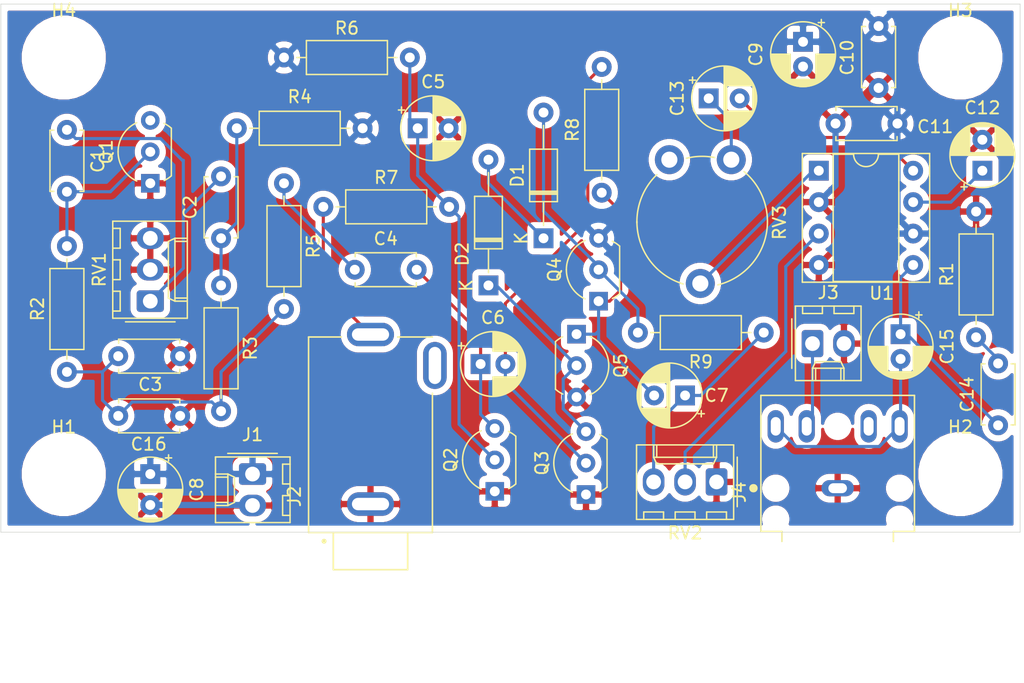
<source format=kicad_pcb>
(kicad_pcb (version 20171130) (host pcbnew "(5.1.10)-1")
  (layers (0 F.Cu signal) (31 B.Cu signal) (34 B.Paste user) (35 F.Paste user) (36 B.SilkS user) (37 F.SilkS user) (38 B.Mask user) (39 F.Mask user) (44 Edge.Cuts user))
  (net 0 "")
  (net 1 "Net-(C1-Pad2)")
  (net 2 "Net-(C1-Pad1)")
  (net 3 "Net-(C2-Pad1)")
  (net 4 GND)
  (net 5 "Net-(C4-Pad2)")
  (net 6 "Net-(C4-Pad1)")
  (net 7 "Net-(C5-Pad1)")
  (net 8 "Net-(C6-Pad2)")
  (net 9 "Net-(C7-Pad2)")
  (net 10 "Net-(C7-Pad1)")
  (net 11 VCC)
  (net 12 "Net-(C12-Pad1)")
  (net 13 "Net-(C13-Pad2)")
  (net 14 "Net-(C13-Pad1)")
  (net 15 "Net-(C14-Pad2)")
  (net 16 "Net-(C14-Pad1)")
  (net 17 "Net-(C15-Pad2)")
  (net 18 "Net-(D1-Pad2)")
  (net 19 "Net-(D1-Pad1)")
  (net 20 "Net-(D2-Pad1)")
  (net 21 "Net-(J2-Pad3)")
  (net 22 "Net-(J2-Pad2)")
  (net 23 "Net-(J3-Pad1)")
  (net 24 "Net-(J4-Pad10)")
  (net 25 "Net-(RV2-Pad2)")
  (net 26 "Net-(RV3-Pad1)")
  (net 27 "Net-(RV3-Pad2)")
  (net 28 "Net-(C16-Pad2)")
  (module Capacitor_THT:C_Disc_D4.7mm_W2.5mm_P5.00mm (layer F.Cu) (at 34.798 115.316 180)
    (fp_text reference C16 (at 2.54 -2.286) (layer F.SilkS))
    (fp_text value .01u)
    (pad 2 thru_hole circle (at 5 0 180) (size 1.6 1.6) (drill 0.8) (layers *.Cu *.Mask) (net 28 "Net-(C16-Pad2)"))
    (pad 1 thru_hole circle (at 0 0 180) (size 1.6 1.6) (drill 0.8) (layers *.Cu *.Mask) (net 4 GND))
  )
  (module MountingHole:MountingHole_3.2mm_M3_DIN965 (layer F.Cu) (at 25.4 86.36)
    (fp_text reference H4 (at 0 -3.8) (layer F.SilkS))
    (fp_text value MountingHole)
    (pad "" np_thru_hole circle (at 0 0) (size 3.2 3.2) (drill 3.2) (layers *.Cu *.Mask) (clearance 1.8))
  )
  (module MountingHole:MountingHole_3.2mm_M3_DIN965 (layer F.Cu) (at 97.79 86.36)
    (fp_text reference H3 (at 0 -3.8) (layer F.SilkS))
    (fp_text value MountingHole)
    (pad "" np_thru_hole circle (at 0 0) (size 3.2 3.2) (drill 3.2) (layers *.Cu *.Mask) (clearance 1.8))
  )
  (module MountingHole:MountingHole_3.2mm_M3_DIN965 (layer F.Cu) (at 97.79 120.015)
    (fp_text reference H2 (at 0 -3.8) (layer F.SilkS))
    (fp_text value MountingHole)
    (pad "" np_thru_hole circle (at 0 0) (size 3.2 3.2) (drill 3.2) (layers *.Cu *.Mask) (clearance 1.8))
  )
  (module MountingHole:MountingHole_3.2mm_M3_DIN965 (layer F.Cu) (at 25.4 120.015)
    (fp_text reference H1 (at 0 -3.8) (layer F.SilkS))
    (fp_text value MountingHole)
    (pad "" np_thru_hole circle (at 0 0) (size 3.2 3.2) (drill 3.2) (layers *.Cu *.Mask) (clearance 1.8))
  )
  (module Capacitor_THT:CP_Radial_D5.0mm_P2.50mm (layer F.Cu) (at 77.47 89.662)
    (fp_text reference C13 (at -2.54 0 -90) (layer F.SilkS))
    (fp_text value 10u)
    (pad 2 thru_hole circle (at 2.5 0) (size 1.6 1.6) (drill 0.8) (layers *.Cu *.Mask) (net 13 "Net-(C13-Pad2)"))
    (pad 1 thru_hole rect (at 0 0) (size 1.6 1.6) (drill 0.8) (layers *.Cu *.Mask) (net 14 "Net-(C13-Pad1)"))
  )
  (module Resistor_THT:R_Axial_DIN0207_L6.3mm_D2.5mm_P10.16mm_Horizontal (layer F.Cu) (at 99.06 108.966 90)
    (fp_text reference R1 (at 5.08 -2.37 90) (layer F.SilkS))
    (fp_text value 10)
    (pad 2 thru_hole oval (at 10.16 0 90) (size 1.6 1.6) (drill 0.8) (layers *.Cu *.Mask) (net 4 GND))
    (pad 1 thru_hole circle (at 0 0 90) (size 1.6 1.6) (drill 0.8) (layers *.Cu *.Mask) (net 15 "Net-(C14-Pad2)"))
  )
  (module Package_TO_SOT_THT:TO-92L_Inline_Wide (layer F.Cu) (at 32.385 96.52 90)
    (fp_text reference Q1 (at 2.54 -3.56 90) (layer F.SilkS))
    (fp_text value 2N4401)
    (pad 1 thru_hole rect (at 0 0 90) (size 1.5 1.5) (drill 0.8) (layers *.Cu *.Mask) (net 4 GND))
    (pad 3 thru_hole circle (at 5.08 0 90) (size 1.5 1.5) (drill 0.8) (layers *.Cu *.Mask) (net 3 "Net-(C2-Pad1)"))
    (pad 2 thru_hole circle (at 2.54 0 90) (size 1.5 1.5) (drill 0.8) (layers *.Cu *.Mask) (net 1 "Net-(C1-Pad2)"))
  )
  (module MyLibrary:CUI_SJ1-3525N (layer F.Cu) (at 87.884 121.158 90)
    (fp_text reference J4 (at -0.32516 -7.93865 90) (layer F.SilkS) (effects (font (size 1.000457 1.000457))))
    (fp_text value Phone)
    (pad 1 thru_hole oval (at 0 0 90) (size 1.308 2.616) (drill oval 0.8 1.5) (layers *.Cu *.Mask) (net 4 GND))
    (pad 2 thru_hole oval (at 5 5 90) (size 2.616 1.308) (drill oval 1.5 0.8) (layers *.Cu *.Mask) (net 17 "Net-(C15-Pad2)"))
    (pad 10 thru_hole oval (at 5 2.5 90) (size 2.616 1.308) (drill oval 1.5 0.8) (layers *.Cu *.Mask) (net 24 "Net-(J4-Pad10)"))
    (pad 11 thru_hole oval (at 5 -2.5 90) (size 2.616 1.308) (drill oval 1.5 0.8) (layers *.Cu *.Mask) (net 23 "Net-(J3-Pad1)"))
    (pad 3 thru_hole oval (at 5 -5 90) (size 2.616 1.308) (drill oval 1.5 0.8) (layers *.Cu *.Mask) (net 17 "Net-(C15-Pad2)"))
    (pad None np_thru_hole circle (at -2.5 -5 90) (size 1.2 1.2) (drill 1.2) (layers *.Cu *.Mask))
    (pad None np_thru_hole circle (at 0 -5 90) (size 1.2 1.2) (drill 1.2) (layers *.Cu *.Mask))
    (pad None np_thru_hole circle (at 5 0 90) (size 1.2 1.2) (drill 1.2) (layers *.Cu *.Mask))
    (pad None np_thru_hole circle (at -2.5 5 90) (size 1.2 1.2) (drill 1.2) (layers *.Cu *.Mask))
    (pad None np_thru_hole circle (at 0 5 90) (size 1.2 1.2) (drill 1.2) (layers *.Cu *.Mask))
  )
  (module Potentiometer_THT:Potentiometer_Piher_PT-10-V10_Vertical (layer F.Cu) (at 74.295 94.615 270)
    (fp_text reference RV3 (at 5.08 -8.89 90) (layer F.SilkS))
    (fp_text value 10K)
    (pad 1 thru_hole circle (at 0 0 270) (size 2.34 2.34) (drill 1.3) (layers *.Cu *.Mask) (net 26 "Net-(RV3-Pad1)"))
    (pad 2 thru_hole circle (at 10 -2.5 270) (size 2.34 2.34) (drill 1.3) (layers *.Cu *.Mask) (net 27 "Net-(RV3-Pad2)"))
    (pad 3 thru_hole circle (at 0 -5 270) (size 2.34 2.34) (drill 1.3) (layers *.Cu *.Mask) (net 14 "Net-(C13-Pad1)"))
  )
  (module Package_DIP:DIP-8_W7.62mm_Socket (layer F.Cu) (at 86.36 95.504)
    (fp_text reference U1 (at 5.08 9.906) (layer F.SilkS))
    (fp_text value LM386)
    (pad 8 thru_hole oval (at 7.62 0) (size 1.6 1.6) (drill 0.8) (layers *.Cu *.Mask) (net 13 "Net-(C13-Pad2)"))
    (pad 4 thru_hole oval (at 0 7.62) (size 1.6 1.6) (drill 0.8) (layers *.Cu *.Mask) (net 4 GND))
    (pad 7 thru_hole oval (at 7.62 2.54) (size 1.6 1.6) (drill 0.8) (layers *.Cu *.Mask) (net 12 "Net-(C12-Pad1)"))
    (pad 3 thru_hole oval (at 0 5.08) (size 1.6 1.6) (drill 0.8) (layers *.Cu *.Mask) (net 25 "Net-(RV2-Pad2)"))
    (pad 6 thru_hole oval (at 7.62 5.08) (size 1.6 1.6) (drill 0.8) (layers *.Cu *.Mask) (net 11 VCC))
    (pad 2 thru_hole oval (at 0 2.54) (size 1.6 1.6) (drill 0.8) (layers *.Cu *.Mask) (net 4 GND))
    (pad 5 thru_hole oval (at 7.62 7.62) (size 1.6 1.6) (drill 0.8) (layers *.Cu *.Mask) (net 16 "Net-(C14-Pad1)"))
    (pad 1 thru_hole rect (at 0 0) (size 1.6 1.6) (drill 0.8) (layers *.Cu *.Mask) (net 27 "Net-(RV3-Pad2)"))
  )
  (module Connector_Molex:Molex_KK-254_AE-6410-03A_1x03_P2.54mm_Vertical (layer F.Cu) (at 78.105 120.65 180)
    (fp_text reference RV2 (at 2.54 -4.12) (layer F.SilkS))
    (fp_text value 10K)
    (pad 3 thru_hole oval (at 5.08 0 180) (size 1.74 2.19) (drill 1.19) (layers *.Cu *.Mask) (net 10 "Net-(C7-Pad1)"))
    (pad 2 thru_hole oval (at 2.54 0 180) (size 1.74 2.19) (drill 1.19) (layers *.Cu *.Mask) (net 25 "Net-(RV2-Pad2)"))
    (pad 1 thru_hole roundrect (at 0 0 180) (size 1.74 2.19) (drill 1.19) (layers *.Cu *.Mask) (roundrect_rratio 0.143678) (net 4 GND))
  )
  (module Connector_Molex:Molex_KK-254_AE-6410-03A_1x03_P2.54mm_Vertical (layer F.Cu) (at 32.385 106.045 90)
    (fp_text reference RV1 (at 2.54 -4.12 90) (layer F.SilkS))
    (fp_text value 10K)
    (pad 3 thru_hole oval (at 5.08 0 90) (size 1.74 2.19) (drill 1.19) (layers *.Cu *.Mask) (net 4 GND))
    (pad 2 thru_hole oval (at 2.54 0 90) (size 1.74 2.19) (drill 1.19) (layers *.Cu *.Mask) (net 4 GND))
    (pad 1 thru_hole roundrect (at 0 0 90) (size 1.74 2.19) (drill 1.19) (layers *.Cu *.Mask) (roundrect_rratio 0.143678) (net 2 "Net-(C1-Pad1)"))
  )
  (module Resistor_THT:R_Axial_DIN0207_L6.3mm_D2.5mm_P10.16mm_Horizontal (layer F.Cu) (at 81.915 108.585 180)
    (fp_text reference R9 (at 5.08 -2.37) (layer F.SilkS))
    (fp_text value 1K)
    (pad 2 thru_hole oval (at 10.16 0 180) (size 1.6 1.6) (drill 0.8) (layers *.Cu *.Mask) (net 18 "Net-(D1-Pad2)"))
    (pad 1 thru_hole circle (at 0 0 180) (size 1.6 1.6) (drill 0.8) (layers *.Cu *.Mask) (net 10 "Net-(C7-Pad1)"))
  )
  (module Resistor_THT:R_Axial_DIN0207_L6.3mm_D2.5mm_P10.16mm_Horizontal (layer F.Cu) (at 68.834 97.282 90)
    (fp_text reference R8 (at 5.08 -2.37 90) (layer F.SilkS))
    (fp_text value 100K)
    (pad 2 thru_hole oval (at 10.16 0 90) (size 1.6 1.6) (drill 0.8) (layers *.Cu *.Mask) (net 8 "Net-(C6-Pad2)"))
    (pad 1 thru_hole circle (at 0 0 90) (size 1.6 1.6) (drill 0.8) (layers *.Cu *.Mask) (net 9 "Net-(C7-Pad2)"))
  )
  (module Resistor_THT:R_Axial_DIN0207_L6.3mm_D2.5mm_P10.16mm_Horizontal (layer F.Cu) (at 46.355 98.425)
    (fp_text reference R7 (at 5.08 -2.37) (layer F.SilkS))
    (fp_text value 220)
    (pad 2 thru_hole oval (at 10.16 0) (size 1.6 1.6) (drill 0.8) (layers *.Cu *.Mask) (net 7 "Net-(C5-Pad1)"))
    (pad 1 thru_hole circle (at 0 0) (size 1.6 1.6) (drill 0.8) (layers *.Cu *.Mask) (net 22 "Net-(J2-Pad2)"))
  )
  (module Resistor_THT:R_Axial_DIN0207_L6.3mm_D2.5mm_P10.16mm_Horizontal (layer F.Cu) (at 43.18 86.36)
    (fp_text reference R6 (at 5.08 -2.37) (layer F.SilkS))
    (fp_text value 10K)
    (pad 2 thru_hole oval (at 10.16 0) (size 1.6 1.6) (drill 0.8) (layers *.Cu *.Mask) (net 7 "Net-(C5-Pad1)"))
    (pad 1 thru_hole circle (at 0 0) (size 1.6 1.6) (drill 0.8) (layers *.Cu *.Mask) (net 11 VCC))
  )
  (module Resistor_THT:R_Axial_DIN0207_L6.3mm_D2.5mm_P10.16mm_Horizontal (layer F.Cu) (at 43.18 96.52 270)
    (fp_text reference R5 (at 5.08 -2.37 90) (layer F.SilkS))
    (fp_text value 100K)
    (pad 2 thru_hole oval (at 10.16 0 270) (size 1.6 1.6) (drill 0.8) (layers *.Cu *.Mask) (net 28 "Net-(C16-Pad2)"))
    (pad 1 thru_hole circle (at 0 0 270) (size 1.6 1.6) (drill 0.8) (layers *.Cu *.Mask) (net 6 "Net-(C4-Pad1)"))
  )
  (module Resistor_THT:R_Axial_DIN0207_L6.3mm_D2.5mm_P10.16mm_Horizontal (layer F.Cu) (at 49.53 92.075 180)
    (fp_text reference R4 (at 5.08 2.54) (layer F.SilkS))
    (fp_text value 100K)
    (pad 2 thru_hole oval (at 10.16 0 180) (size 1.6 1.6) (drill 0.8) (layers *.Cu *.Mask) (net 3 "Net-(C2-Pad1)"))
    (pad 1 thru_hole circle (at 0 0 180) (size 1.6 1.6) (drill 0.8) (layers *.Cu *.Mask) (net 11 VCC))
  )
  (module Resistor_THT:R_Axial_DIN0207_L6.3mm_D2.5mm_P10.16mm_Horizontal (layer F.Cu) (at 38.1 104.775 270)
    (fp_text reference R3 (at 5.08 -2.37 90) (layer F.SilkS))
    (fp_text value 33K)
    (pad 2 thru_hole oval (at 10.16 0 270) (size 1.6 1.6) (drill 0.8) (layers *.Cu *.Mask) (net 28 "Net-(C16-Pad2)"))
    (pad 1 thru_hole circle (at 0 0 270) (size 1.6 1.6) (drill 0.8) (layers *.Cu *.Mask) (net 3 "Net-(C2-Pad1)"))
  )
  (module Resistor_THT:R_Axial_DIN0207_L6.3mm_D2.5mm_P10.16mm_Horizontal (layer F.Cu) (at 25.654 111.76 90)
    (fp_text reference R2 (at 5.08 -2.37 90) (layer F.SilkS))
    (fp_text value 33K)
    (pad 2 thru_hole oval (at 10.16 0 90) (size 1.6 1.6) (drill 0.8) (layers *.Cu *.Mask) (net 1 "Net-(C1-Pad2)"))
    (pad 1 thru_hole circle (at 0 0 90) (size 1.6 1.6) (drill 0.8) (layers *.Cu *.Mask) (net 28 "Net-(C16-Pad2)"))
  )
  (module Package_TO_SOT_THT:TO-92L_Inline_Wide (layer F.Cu) (at 66.802 108.712 270)
    (fp_text reference Q5 (at 2.54 -3.56 90) (layer F.SilkS))
    (fp_text value 2N4403)
    (pad 1 thru_hole rect (at 0 0 270) (size 1.5 1.5) (drill 0.8) (layers *.Cu *.Mask) (net 9 "Net-(C7-Pad2)"))
    (pad 3 thru_hole circle (at 5.08 0 270) (size 1.5 1.5) (drill 0.8) (layers *.Cu *.Mask) (net 4 GND))
    (pad 2 thru_hole circle (at 2.54 0 270) (size 1.5 1.5) (drill 0.8) (layers *.Cu *.Mask) (net 20 "Net-(D2-Pad1)"))
  )
  (module Package_TO_SOT_THT:TO-92L_Inline_Wide (layer F.Cu) (at 68.58 106.045 90)
    (fp_text reference Q4 (at 2.54 -3.56 90) (layer F.SilkS))
    (fp_text value 2N4401)
    (pad 1 thru_hole rect (at 0 0 90) (size 1.5 1.5) (drill 0.8) (layers *.Cu *.Mask) (net 9 "Net-(C7-Pad2)"))
    (pad 3 thru_hole circle (at 5.08 0 90) (size 1.5 1.5) (drill 0.8) (layers *.Cu *.Mask) (net 11 VCC))
    (pad 2 thru_hole circle (at 2.54 0 90) (size 1.5 1.5) (drill 0.8) (layers *.Cu *.Mask) (net 18 "Net-(D1-Pad2)"))
  )
  (module Package_TO_SOT_THT:TO-92L_Inline_Wide (layer F.Cu) (at 67.564 121.666 90)
    (fp_text reference Q3 (at 2.54 -3.56 90) (layer F.SilkS))
    (fp_text value 2N4401)
    (pad 1 thru_hole rect (at 0 0 90) (size 1.5 1.5) (drill 0.8) (layers *.Cu *.Mask) (net 4 GND))
    (pad 3 thru_hole circle (at 5.08 0 90) (size 1.5 1.5) (drill 0.8) (layers *.Cu *.Mask) (net 20 "Net-(D2-Pad1)"))
    (pad 2 thru_hole circle (at 2.54 0 90) (size 1.5 1.5) (drill 0.8) (layers *.Cu *.Mask) (net 8 "Net-(C6-Pad2)"))
  )
  (module Package_TO_SOT_THT:TO-92L_Inline_Wide (layer F.Cu) (at 60.198 121.412 90)
    (fp_text reference Q2 (at 2.54 -3.56 90) (layer F.SilkS))
    (fp_text value 2N7000)
    (pad 1 thru_hole rect (at 0 0 90) (size 1.5 1.5) (drill 0.8) (layers *.Cu *.Mask) (net 4 GND))
    (pad 3 thru_hole circle (at 5.08 0 90) (size 1.5 1.5) (drill 0.8) (layers *.Cu *.Mask) (net 5 "Net-(C4-Pad2)"))
    (pad 2 thru_hole circle (at 2.54 0 90) (size 1.5 1.5) (drill 0.8) (layers *.Cu *.Mask) (net 7 "Net-(C5-Pad1)"))
  )
  (module Connector_Molex:Molex_KK-254_AE-6410-02A_1x02_P2.54mm_Vertical (layer F.Cu) (at 85.852 109.474)
    (fp_text reference J3 (at 1.27 -4.12) (layer F.SilkS))
    (fp_text value Spk)
    (pad 2 thru_hole oval (at 2.54 0) (size 1.74 2.19) (drill 1.19) (layers *.Cu *.Mask) (net 4 GND))
    (pad 1 thru_hole roundrect (at 0 0) (size 1.74 2.19) (drill 1.19) (layers *.Cu *.Mask) (roundrect_rratio 0.143678) (net 23 "Net-(J3-Pad1)"))
  )
  (module MyLibrary:CUI_MJ-3536N (layer F.Cu) (at 50.165 116.84 90)
    (fp_text reference J2 (at -4.98184 -6.14342 90) (layer F.SilkS) (effects (font (size 1.00137 1.00137))))
    (fp_text value "Key In")
    (pad 3 thru_hole oval (at 5.6 5.2 90) (size 3.8 1.9) (drill oval 3 1) (layers *.Cu *.Mask) (net 21 "Net-(J2-Pad3)"))
    (pad 2 thru_hole oval (at 8.1 0 90) (size 1.9 3.8) (drill oval 1 3) (layers *.Cu *.Mask) (net 22 "Net-(J2-Pad2)"))
    (pad 1 thru_hole oval (at -5.6 0 90) (size 1.9 3.8) (drill oval 1 3) (layers *.Cu *.Mask) (net 4 GND))
  )
  (module Connector_Molex:Molex_KK-254_AE-6410-02A_1x02_P2.54mm_Vertical (layer F.Cu) (at 40.64 120.015 270)
    (fp_text reference J1 (at -3.175 0 180) (layer F.SilkS))
    (fp_text value "Power In")
    (pad 2 thru_hole oval (at 2.54 0 270) (size 1.74 2.19) (drill 1.19) (layers *.Cu *.Mask) (net 4 GND))
    (pad 1 thru_hole roundrect (at 0 0 270) (size 1.74 2.19) (drill 1.19) (layers *.Cu *.Mask) (roundrect_rratio 0.143678) (net 11 VCC))
  )
  (module Diode_THT:D_DO-35_SOD27_P10.16mm_Horizontal (layer F.Cu) (at 59.69 104.775 90)
    (fp_text reference D2 (at 2.54 -2.12 90) (layer F.SilkS))
    (fp_text value 1N4148)
    (fp_text user K (at 0 -1.8 90) (layer F.SilkS))
    (pad 2 thru_hole oval (at 10.16 0 90) (size 1.6 1.6) (drill 0.8) (layers *.Cu *.Mask) (net 19 "Net-(D1-Pad1)"))
    (pad 1 thru_hole rect (at 0 0 90) (size 1.6 1.6) (drill 0.8) (layers *.Cu *.Mask) (net 20 "Net-(D2-Pad1)"))
  )
  (module Diode_THT:D_DO-35_SOD27_P10.16mm_Horizontal (layer F.Cu) (at 64.135 100.965 90)
    (fp_text reference D1 (at 5.08 -2.12 90) (layer F.SilkS))
    (fp_text value 1N4148)
    (fp_text user K (at 0 -1.8 90) (layer F.SilkS))
    (pad 2 thru_hole oval (at 10.16 0 90) (size 1.6 1.6) (drill 0.8) (layers *.Cu *.Mask) (net 18 "Net-(D1-Pad2)"))
    (pad 1 thru_hole rect (at 0 0 90) (size 1.6 1.6) (drill 0.8) (layers *.Cu *.Mask) (net 19 "Net-(D1-Pad1)"))
  )
  (module Capacitor_THT:CP_Radial_D5.0mm_P2.00mm (layer F.Cu) (at 92.964 108.712 270)
    (fp_text reference C15 (at 1 -3.75 90) (layer F.SilkS))
    (fp_text value 100u)
    (pad 2 thru_hole circle (at 2 0 270) (size 1.6 1.6) (drill 0.8) (layers *.Cu *.Mask) (net 17 "Net-(C15-Pad2)"))
    (pad 1 thru_hole rect (at 0 0 270) (size 1.6 1.6) (drill 0.8) (layers *.Cu *.Mask) (net 16 "Net-(C14-Pad1)"))
  )
  (module Capacitor_THT:C_Disc_D4.7mm_W2.5mm_P5.00mm (layer F.Cu) (at 100.838 116.078 90)
    (fp_text reference C14 (at 2.5 -2.5 90) (layer F.SilkS))
    (fp_text value 0.1u)
    (pad 2 thru_hole circle (at 5 0 90) (size 1.6 1.6) (drill 0.8) (layers *.Cu *.Mask) (net 15 "Net-(C14-Pad2)"))
    (pad 1 thru_hole circle (at 0 0 90) (size 1.6 1.6) (drill 0.8) (layers *.Cu *.Mask) (net 16 "Net-(C14-Pad1)"))
  )
  (module Capacitor_THT:CP_Radial_D5.0mm_P2.50mm (layer F.Cu) (at 99.568 95.504 90)
    (fp_text reference C12 (at 5.08 0 180) (layer F.SilkS))
    (fp_text value 10u)
    (pad 2 thru_hole circle (at 2.5 0 90) (size 1.6 1.6) (drill 0.8) (layers *.Cu *.Mask) (net 4 GND))
    (pad 1 thru_hole rect (at 0 0 90) (size 1.6 1.6) (drill 0.8) (layers *.Cu *.Mask) (net 12 "Net-(C12-Pad1)"))
  )
  (module Capacitor_THT:C_Disc_D4.7mm_W2.5mm_P5.00mm (layer F.Cu) (at 92.71 91.694 180)
    (fp_text reference C11 (at -3.048 -0.254) (layer F.SilkS))
    (fp_text value 0.1u)
    (pad 2 thru_hole circle (at 5 0 180) (size 1.6 1.6) (drill 0.8) (layers *.Cu *.Mask) (net 4 GND))
    (pad 1 thru_hole circle (at 0 0 180) (size 1.6 1.6) (drill 0.8) (layers *.Cu *.Mask) (net 11 VCC))
  )
  (module Capacitor_THT:C_Disc_D4.7mm_W2.5mm_P5.00mm (layer F.Cu) (at 91.186 83.82 270)
    (fp_text reference C10 (at 2.54 2.54 90) (layer F.SilkS))
    (fp_text value 0.1u)
    (pad 2 thru_hole circle (at 5 0 270) (size 1.6 1.6) (drill 0.8) (layers *.Cu *.Mask) (net 4 GND))
    (pad 1 thru_hole circle (at 0 0 270) (size 1.6 1.6) (drill 0.8) (layers *.Cu *.Mask) (net 11 VCC))
  )
  (module Capacitor_THT:CP_Radial_D5.0mm_P2.00mm (layer F.Cu) (at 85.09 85.09 270)
    (fp_text reference C9 (at 1.016 3.81 90) (layer F.SilkS))
    (fp_text value 100u)
    (pad 2 thru_hole circle (at 2 0 270) (size 1.6 1.6) (drill 0.8) (layers *.Cu *.Mask) (net 4 GND))
    (pad 1 thru_hole rect (at 0 0 270) (size 1.6 1.6) (drill 0.8) (layers *.Cu *.Mask) (net 11 VCC))
  )
  (module Capacitor_THT:CP_Radial_D5.0mm_P2.50mm (layer F.Cu) (at 32.385 120.015 270)
    (fp_text reference C8 (at 1.25 -3.75 90) (layer F.SilkS))
    (fp_text value 220u)
    (pad 2 thru_hole circle (at 2.5 0 270) (size 1.6 1.6) (drill 0.8) (layers *.Cu *.Mask) (net 4 GND))
    (pad 1 thru_hole rect (at 0 0 270) (size 1.6 1.6) (drill 0.8) (layers *.Cu *.Mask) (net 11 VCC))
  )
  (module Capacitor_THT:CP_Radial_D5.0mm_P2.50mm (layer F.Cu) (at 75.565 113.665 180)
    (fp_text reference C7 (at -2.54 0) (layer F.SilkS))
    (fp_text value 220u)
    (pad 2 thru_hole circle (at 2.5 0 180) (size 1.6 1.6) (drill 0.8) (layers *.Cu *.Mask) (net 9 "Net-(C7-Pad2)"))
    (pad 1 thru_hole rect (at 0 0 180) (size 1.6 1.6) (drill 0.8) (layers *.Cu *.Mask) (net 10 "Net-(C7-Pad1)"))
  )
  (module Capacitor_THT:CP_Radial_D5.0mm_P2.00mm (layer F.Cu) (at 59.055 111.125)
    (fp_text reference C6 (at 1 -3.75) (layer F.SilkS))
    (fp_text value 100u)
    (pad 2 thru_hole circle (at 2 0) (size 1.6 1.6) (drill 0.8) (layers *.Cu *.Mask) (net 8 "Net-(C6-Pad2)"))
    (pad 1 thru_hole rect (at 0 0) (size 1.6 1.6) (drill 0.8) (layers *.Cu *.Mask) (net 5 "Net-(C4-Pad2)"))
  )
  (module Capacitor_THT:CP_Radial_D5.0mm_P2.50mm (layer F.Cu) (at 53.975 92.075)
    (fp_text reference C5 (at 1.25 -3.75) (layer F.SilkS))
    (fp_text value 4.7u)
    (pad 2 thru_hole circle (at 2.5 0) (size 1.6 1.6) (drill 0.8) (layers *.Cu *.Mask) (net 4 GND))
    (pad 1 thru_hole rect (at 0 0) (size 1.6 1.6) (drill 0.8) (layers *.Cu *.Mask) (net 7 "Net-(C5-Pad1)"))
  )
  (module Capacitor_THT:C_Disc_D4.7mm_W2.5mm_P5.00mm (layer F.Cu) (at 48.895 103.505)
    (fp_text reference C4 (at 2.5 -2.5) (layer F.SilkS))
    (fp_text value .047u)
    (pad 2 thru_hole circle (at 5 0) (size 1.6 1.6) (drill 0.8) (layers *.Cu *.Mask) (net 5 "Net-(C4-Pad2)"))
    (pad 1 thru_hole circle (at 0 0) (size 1.6 1.6) (drill 0.8) (layers *.Cu *.Mask) (net 6 "Net-(C4-Pad1)"))
  )
  (module Capacitor_THT:C_Disc_D4.7mm_W2.5mm_P5.00mm (layer F.Cu) (at 34.798 110.49 180)
    (fp_text reference C3 (at 2.413 -2.286) (layer F.SilkS))
    (fp_text value .01u)
    (pad 2 thru_hole circle (at 5 0 180) (size 1.6 1.6) (drill 0.8) (layers *.Cu *.Mask) (net 28 "Net-(C16-Pad2)"))
    (pad 1 thru_hole circle (at 0 0 180) (size 1.6 1.6) (drill 0.8) (layers *.Cu *.Mask) (net 4 GND))
  )
  (module Capacitor_THT:C_Disc_D4.7mm_W2.5mm_P5.00mm (layer F.Cu) (at 38.1 100.965 90)
    (fp_text reference C2 (at 2.5 -2.5 90) (layer F.SilkS))
    (fp_text value .01u)
    (pad 2 thru_hole circle (at 5 0 90) (size 1.6 1.6) (drill 0.8) (layers *.Cu *.Mask) (net 2 "Net-(C1-Pad1)"))
    (pad 1 thru_hole circle (at 0 0 90) (size 1.6 1.6) (drill 0.8) (layers *.Cu *.Mask) (net 3 "Net-(C2-Pad1)"))
  )
  (module Capacitor_THT:C_Disc_D4.7mm_W2.5mm_P5.00mm (layer F.Cu) (at 25.654 92.202 270)
    (fp_text reference C1 (at 2.5 -2.5 90) (layer F.SilkS))
    (fp_text value .01u)
    (pad 2 thru_hole circle (at 5 0 270) (size 1.6 1.6) (drill 0.8) (layers *.Cu *.Mask) (net 1 "Net-(C1-Pad2)"))
    (pad 1 thru_hole circle (at 0 0 270) (size 1.6 1.6) (drill 0.8) (layers *.Cu *.Mask) (net 2 "Net-(C1-Pad1)"))
  )
  (gr_line (start 20.32 82.042) (end 20.32 124.714) (layer Edge.Cuts) (width 0.05))
  (gr_line (start 102.616 82.042) (end 102.616 124.714) (layer Edge.Cuts) (width 0.05))
  (gr_line (start 20.32 124.714) (end 102.616 124.714) (layer Edge.Cuts) (width 0.05))
  (gr_line (start 102.616 82.042) (end 20.32 82.042) (layer Edge.Cuts) (width 0.05))
  (segment (start 29.163 97.202) (end 32.385 93.98) (width 0.25) (layer B.Cu) (net 1))
  (segment (start 25.654 97.202) (end 29.163 97.202) (width 0.25) (layer B.Cu) (net 1))
  (segment (start 25.654 97.202) (end 25.654 101.092) (width 0.25) (layer B.Cu) (net 1))
  (segment (start 32.385 106.045) (end 35.052 103.378) (width 0.25) (layer B.Cu) (net 2))
  (segment (start 35.052 99.013) (end 38.1 95.965) (width 0.25) (layer B.Cu) (net 2))
  (segment (start 35.052 103.378) (end 35.052 94.666) (width 0.25) (layer B.Cu) (net 2))
  (segment (start 35.052 94.666) (end 34.976 94.666) (width 0.25) (layer B.Cu) (net 2))
  (segment (start 26.356999 92.904999) (end 25.654 92.202) (width 0.25) (layer B.Cu) (net 2))
  (segment (start 33.214999 92.904999) (end 26.356999 92.904999) (width 0.25) (layer B.Cu) (net 2))
  (segment (start 34.976 94.666) (end 33.214999 92.904999) (width 0.25) (layer B.Cu) (net 2))
  (segment (start 38.1 104.775) (end 38.1 100.965) (width 0.25) (layer B.Cu) (net 3))
  (segment (start 39.37 99.695) (end 39.37 92.075) (width 0.25) (layer B.Cu) (net 3))
  (segment (start 38.1 100.965) (end 39.37 99.695) (width 0.25) (layer B.Cu) (net 3))
  (segment (start 38.1 111.76) (end 43.18 106.68) (width 0.25) (layer B.Cu) (net 28))
  (segment (start 38.1 114.935) (end 38.1 111.76) (width 0.25) (layer B.Cu) (net 28))
  (segment (start 40.6 122.515) (end 40.64 122.555) (width 0.5) (layer B.Cu) (net 4))
  (segment (start 32.385 122.515) (end 40.6 122.515) (width 0.5) (layer B.Cu) (net 4))
  (segment (start 91.186 88.82) (end 90.584 88.82) (width 0.5) (layer F.Cu) (net 4))
  (segment (start 89.321 90.083) (end 88.083 90.083) (width 0.5) (layer F.Cu) (net 4))
  (segment (start 88.083 90.083) (end 85.09 87.09) (width 0.5) (layer F.Cu) (net 4))
  (segment (start 90.584 88.82) (end 89.321 90.083) (width 0.5) (layer F.Cu) (net 4))
  (segment (start 89.321 90.083) (end 87.71 91.694) (width 0.5) (layer F.Cu) (net 4))
  (segment (start 87.71 96.694) (end 86.36 98.044) (width 0.5) (layer B.Cu) (net 4))
  (segment (start 87.71 91.694) (end 87.71 96.694) (width 0.5) (layer B.Cu) (net 4))
  (segment (start 87.610001 101.873999) (end 86.36 103.124) (width 0.5) (layer F.Cu) (net 4))
  (segment (start 87.610001 99.294001) (end 87.610001 101.873999) (width 0.5) (layer F.Cu) (net 4))
  (segment (start 86.36 98.044) (end 87.610001 99.294001) (width 0.5) (layer F.Cu) (net 4))
  (segment (start 59.055 108.665) (end 53.895 103.505) (width 0.25) (layer F.Cu) (net 5))
  (segment (start 59.055 111.125) (end 59.055 108.665) (width 0.25) (layer F.Cu) (net 5))
  (segment (start 59.055 115.189) (end 60.198 116.332) (width 0.25) (layer B.Cu) (net 5))
  (segment (start 59.055 111.125) (end 59.055 115.189) (width 0.25) (layer B.Cu) (net 5))
  (segment (start 43.18 97.79) (end 43.18 96.52) (width 0.25) (layer B.Cu) (net 6))
  (segment (start 48.895 103.505) (end 43.18 97.79) (width 0.25) (layer B.Cu) (net 6))
  (segment (start 53.34 91.44) (end 53.975 92.075) (width 0.25) (layer B.Cu) (net 7))
  (segment (start 53.34 86.36) (end 53.34 91.44) (width 0.25) (layer B.Cu) (net 7))
  (segment (start 53.975 95.885) (end 56.515 98.425) (width 0.25) (layer B.Cu) (net 7))
  (segment (start 53.975 92.075) (end 53.975 95.885) (width 0.25) (layer B.Cu) (net 7))
  (segment (start 57.314999 115.988999) (end 60.198 118.872) (width 0.25) (layer B.Cu) (net 7))
  (segment (start 57.314999 99.224999) (end 57.314999 115.988999) (width 0.25) (layer B.Cu) (net 7))
  (segment (start 56.515 98.425) (end 57.314999 99.224999) (width 0.25) (layer B.Cu) (net 7))
  (segment (start 67.708999 88.247001) (end 68.834 87.122) (width 0.25) (layer F.Cu) (net 8))
  (segment (start 67.708999 99.576003) (end 67.708999 88.247001) (width 0.25) (layer F.Cu) (net 8))
  (segment (start 61.055 106.230002) (end 67.708999 99.576003) (width 0.25) (layer F.Cu) (net 8))
  (segment (start 61.055 111.125) (end 61.055 106.230002) (width 0.25) (layer F.Cu) (net 8))
  (segment (start 61.055 112.617) (end 67.564 119.126) (width 0.25) (layer B.Cu) (net 8))
  (segment (start 61.055 111.125) (end 61.055 112.617) (width 0.25) (layer B.Cu) (net 8))
  (segment (start 73.065 113.665) (end 68.58 109.18) (width 0.25) (layer B.Cu) (net 9))
  (segment (start 68.326 108.712) (end 68.58 108.458) (width 0.25) (layer B.Cu) (net 9))
  (segment (start 68.58 108.458) (end 68.58 106.045) (width 0.25) (layer B.Cu) (net 9))
  (segment (start 68.58 109.18) (end 68.58 108.458) (width 0.25) (layer B.Cu) (net 9))
  (segment (start 68.834 97.282) (end 70.358 98.806) (width 0.25) (layer F.Cu) (net 9))
  (segment (start 70.358 105.156) (end 69.469 106.045) (width 0.25) (layer F.Cu) (net 9))
  (segment (start 69.469 106.045) (end 68.58 106.045) (width 0.25) (layer F.Cu) (net 9))
  (segment (start 70.358 98.806) (end 70.358 105.156) (width 0.25) (layer F.Cu) (net 9))
  (segment (start 66.802 108.712) (end 68.326 108.712) (width 0.25) (layer B.Cu) (net 9))
  (segment (start 76.835 113.665) (end 81.915 108.585) (width 0.25) (layer B.Cu) (net 10))
  (segment (start 75.565 113.665) (end 76.835 113.665) (width 0.25) (layer B.Cu) (net 10))
  (segment (start 73.025 116.205) (end 73.025 120.65) (width 0.25) (layer B.Cu) (net 10))
  (segment (start 75.565 113.665) (end 73.025 116.205) (width 0.25) (layer B.Cu) (net 10))
  (segment (start 32.385 120.015) (end 40.64 120.015) (width 0.5) (layer B.Cu) (net 11))
  (segment (start 89.916 85.09) (end 91.186 83.82) (width 0.5) (layer B.Cu) (net 11))
  (segment (start 85.09 85.09) (end 89.916 85.09) (width 0.5) (layer B.Cu) (net 11))
  (segment (start 91.186 83.82) (end 89.935999 85.070001) (width 0.5) (layer B.Cu) (net 11))
  (segment (start 92.71 99.314) (end 93.98 100.584) (width 0.5) (layer B.Cu) (net 11))
  (segment (start 92.71 91.694) (end 92.71 99.314) (width 0.5) (layer B.Cu) (net 11))
  (segment (start 92.71 85.344) (end 91.186 83.82) (width 0.5) (layer B.Cu) (net 11))
  (segment (start 92.71 91.694) (end 92.71 85.344) (width 0.5) (layer B.Cu) (net 11))
  (segment (start 93.98 97.92863) (end 93.98 98.425) (width 0.25) (layer B.Cu) (net 12))
  (segment (start 97.028 98.044) (end 99.568 95.504) (width 0.25) (layer B.Cu) (net 12))
  (segment (start 93.98 98.044) (end 97.028 98.044) (width 0.25) (layer B.Cu) (net 12))
  (segment (start 91.295001 92.819001) (end 93.98 95.504) (width 0.25) (layer F.Cu) (net 13))
  (segment (start 83.127001 92.819001) (end 91.295001 92.819001) (width 0.25) (layer F.Cu) (net 13))
  (segment (start 79.97 89.662) (end 83.127001 92.819001) (width 0.25) (layer F.Cu) (net 13))
  (segment (start 79.295 91.487) (end 77.47 89.662) (width 0.25) (layer B.Cu) (net 14))
  (segment (start 79.295 94.615) (end 79.295 91.487) (width 0.25) (layer B.Cu) (net 14))
  (segment (start 100.838 110.744) (end 100.838 111.078) (width 0.25) (layer B.Cu) (net 15))
  (segment (start 99.06 108.966) (end 100.838 110.744) (width 0.25) (layer B.Cu) (net 15))
  (segment (start 92.964 108.712) (end 92.964 108.839) (width 0.25) (layer B.Cu) (net 16))
  (segment (start 92.964 104.14) (end 93.98 103.124) (width 0.25) (layer B.Cu) (net 16))
  (segment (start 92.964 108.712) (end 92.964 104.14) (width 0.25) (layer B.Cu) (net 16))
  (segment (start 93.472 108.712) (end 100.838 116.078) (width 0.25) (layer B.Cu) (net 16))
  (segment (start 92.964 108.712) (end 93.472 108.712) (width 0.25) (layer B.Cu) (net 16))
  (segment (start 93.345 115.697) (end 92.884 116.158) (width 0.25) (layer B.Cu) (net 17))
  (segment (start 84.51701 117.79101) (end 82.884 116.158) (width 0.25) (layer B.Cu) (net 17))
  (segment (start 91.25099 117.79101) (end 84.51701 117.79101) (width 0.25) (layer B.Cu) (net 17))
  (segment (start 92.884 116.158) (end 91.25099 117.79101) (width 0.25) (layer B.Cu) (net 17))
  (segment (start 92.964 116.078) (end 92.884 116.158) (width 0.25) (layer B.Cu) (net 17))
  (segment (start 92.964 110.712) (end 92.964 116.078) (width 0.25) (layer B.Cu) (net 17))
  (segment (start 71.755 106.68) (end 71.755 108.585) (width 0.25) (layer B.Cu) (net 18))
  (segment (start 68.58 103.505) (end 71.755 106.68) (width 0.25) (layer B.Cu) (net 18))
  (segment (start 64.135 98.779998) (end 64.135 90.805) (width 0.25) (layer B.Cu) (net 18))
  (segment (start 68.58 103.224998) (end 64.135 98.779998) (width 0.25) (layer B.Cu) (net 18))
  (segment (start 68.58 103.505) (end 68.58 103.224998) (width 0.25) (layer B.Cu) (net 18))
  (segment (start 59.69 96.52) (end 64.135 100.965) (width 0.25) (layer B.Cu) (net 19))
  (segment (start 59.69 94.615) (end 59.69 96.52) (width 0.25) (layer B.Cu) (net 19))
  (segment (start 59.69 104.775) (end 59.69 105.41) (width 0.25) (layer B.Cu) (net 20))
  (segment (start 60.325 104.775) (end 66.802 111.252) (width 0.25) (layer B.Cu) (net 20))
  (segment (start 59.69 104.775) (end 60.325 104.775) (width 0.25) (layer B.Cu) (net 20))
  (segment (start 65.726999 114.748999) (end 67.564 116.586) (width 0.25) (layer B.Cu) (net 20))
  (segment (start 65.726999 112.327001) (end 65.726999 114.748999) (width 0.25) (layer B.Cu) (net 20))
  (segment (start 66.802 111.252) (end 65.726999 112.327001) (width 0.25) (layer B.Cu) (net 20))
  (segment (start 46.355 104.93) (end 50.165 108.74) (width 0.25) (layer F.Cu) (net 22))
  (segment (start 46.355 98.425) (end 46.355 104.93) (width 0.25) (layer F.Cu) (net 22))
  (segment (start 85.852 115.69) (end 85.384 116.158) (width 0.25) (layer B.Cu) (net 23))
  (segment (start 85.852 109.474) (end 85.852 115.69) (width 0.25) (layer B.Cu) (net 23))
  (segment (start 75.565 118.237) (end 75.565 120.65) (width 0.25) (layer B.Cu) (net 25))
  (segment (start 83.693 110.109) (end 75.565 118.237) (width 0.25) (layer B.Cu) (net 25))
  (segment (start 83.693 103.251) (end 86.36 100.584) (width 0.25) (layer B.Cu) (net 25))
  (segment (start 83.693 110.109) (end 83.693 103.251) (width 0.25) (layer B.Cu) (net 25))
  (segment (start 85.906 95.504) (end 86.36 95.504) (width 0.25) (layer B.Cu) (net 27))
  (segment (start 76.795 104.615) (end 85.906 95.504) (width 0.25) (layer B.Cu) (net 27))
  (segment (start 28.528 111.76) (end 29.798 110.49) (width 0.25) (layer B.Cu) (net 28))
  (segment (start 25.654 111.76) (end 28.528 111.76) (width 0.25) (layer B.Cu) (net 28))
  (segment (start 28.528 114.046) (end 29.798 115.316) (width 0.25) (layer B.Cu) (net 28))
  (segment (start 28.528 111.76) (end 28.528 114.046) (width 0.25) (layer B.Cu) (net 28))
  (segment (start 37.355999 114.190999) (end 38.1 114.935) (width 0.25) (layer B.Cu) (net 28))
  (segment (start 30.923001 114.190999) (end 37.355999 114.190999) (width 0.25) (layer B.Cu) (net 28))
  (segment (start 29.798 115.316) (end 30.923001 114.190999) (width 0.25) (layer B.Cu) (net 28))
  (zone (net 4) (net_name GND) (layer F.Cu) (connect_pads (clearance 0.508)) (min_thickness 0.254) (fill yes (arc_segments 32) (thermal_gap 0.508) (thermal_bridge_width 0.508))
    (polygon (pts (xy 102.616 124.714) (xy 20.32 124.714) (xy 20.32 82.042) (xy 102.616 82.042)))
  )
  (zone (net 11) (net_name VCC) (layer B.Cu) (connect_pads (clearance 0.508)) (min_thickness 0.254) (fill yes (arc_segments 32) (thermal_gap 0.508) (thermal_bridge_width 0.508))
    (polygon (pts (xy 102.616 124.714) (xy 20.32 124.714) (xy 20.32 82.042) (xy 102.616 82.042)))
  )
)
</source>
